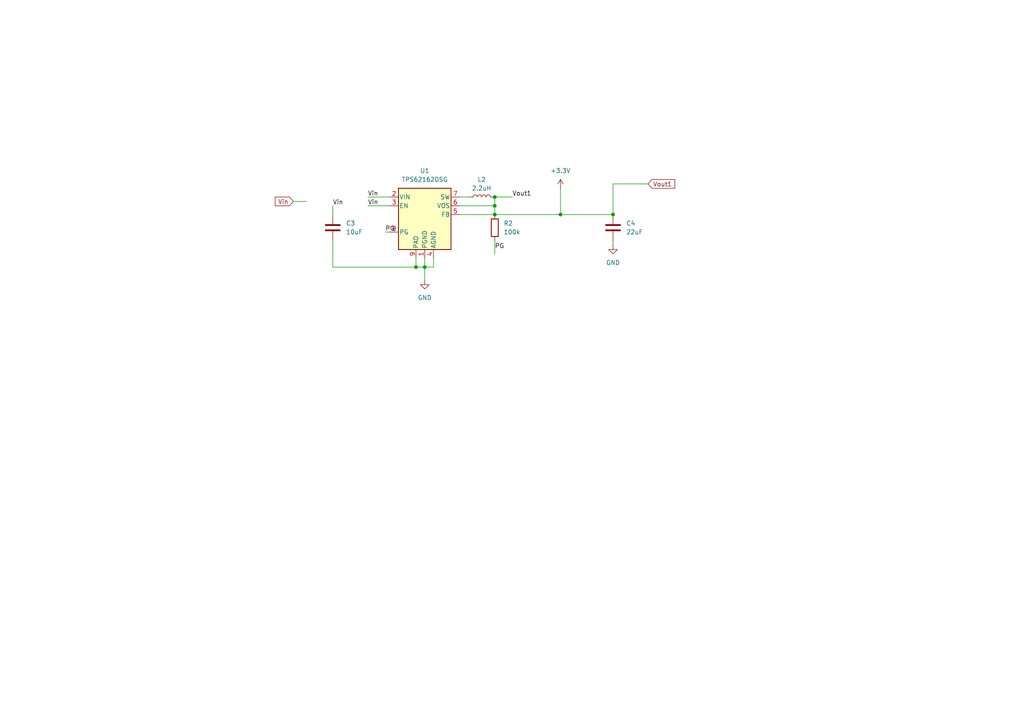
<source format=kicad_sch>
(kicad_sch
	(version 20231120)
	(generator "eeschema")
	(generator_version "8.0")
	(uuid "69b89bc5-ef32-4b14-b574-fcede0ff2705")
	(paper "A4")
	(lib_symbols
		(symbol "Device:C"
			(pin_numbers hide)
			(pin_names
				(offset 0.254)
			)
			(exclude_from_sim no)
			(in_bom yes)
			(on_board yes)
			(property "Reference" "C"
				(at 0.635 2.54 0)
				(effects
					(font
						(size 1.27 1.27)
					)
					(justify left)
				)
			)
			(property "Value" "C"
				(at 0.635 -2.54 0)
				(effects
					(font
						(size 1.27 1.27)
					)
					(justify left)
				)
			)
			(property "Footprint" ""
				(at 0.9652 -3.81 0)
				(effects
					(font
						(size 1.27 1.27)
					)
					(hide yes)
				)
			)
			(property "Datasheet" "~"
				(at 0 0 0)
				(effects
					(font
						(size 1.27 1.27)
					)
					(hide yes)
				)
			)
			(property "Description" "Unpolarized capacitor"
				(at 0 0 0)
				(effects
					(font
						(size 1.27 1.27)
					)
					(hide yes)
				)
			)
			(property "ki_keywords" "cap capacitor"
				(at 0 0 0)
				(effects
					(font
						(size 1.27 1.27)
					)
					(hide yes)
				)
			)
			(property "ki_fp_filters" "C_*"
				(at 0 0 0)
				(effects
					(font
						(size 1.27 1.27)
					)
					(hide yes)
				)
			)
			(symbol "C_0_1"
				(polyline
					(pts
						(xy -2.032 -0.762) (xy 2.032 -0.762)
					)
					(stroke
						(width 0.508)
						(type default)
					)
					(fill
						(type none)
					)
				)
				(polyline
					(pts
						(xy -2.032 0.762) (xy 2.032 0.762)
					)
					(stroke
						(width 0.508)
						(type default)
					)
					(fill
						(type none)
					)
				)
			)
			(symbol "C_1_1"
				(pin passive line
					(at 0 3.81 270)
					(length 2.794)
					(name "~"
						(effects
							(font
								(size 1.27 1.27)
							)
						)
					)
					(number "1"
						(effects
							(font
								(size 1.27 1.27)
							)
						)
					)
				)
				(pin passive line
					(at 0 -3.81 90)
					(length 2.794)
					(name "~"
						(effects
							(font
								(size 1.27 1.27)
							)
						)
					)
					(number "2"
						(effects
							(font
								(size 1.27 1.27)
							)
						)
					)
				)
			)
		)
		(symbol "Device:L"
			(pin_numbers hide)
			(pin_names
				(offset 1.016) hide)
			(exclude_from_sim no)
			(in_bom yes)
			(on_board yes)
			(property "Reference" "L"
				(at -1.27 0 90)
				(effects
					(font
						(size 1.27 1.27)
					)
				)
			)
			(property "Value" "L"
				(at 1.905 0 90)
				(effects
					(font
						(size 1.27 1.27)
					)
				)
			)
			(property "Footprint" ""
				(at 0 0 0)
				(effects
					(font
						(size 1.27 1.27)
					)
					(hide yes)
				)
			)
			(property "Datasheet" "~"
				(at 0 0 0)
				(effects
					(font
						(size 1.27 1.27)
					)
					(hide yes)
				)
			)
			(property "Description" "Inductor"
				(at 0 0 0)
				(effects
					(font
						(size 1.27 1.27)
					)
					(hide yes)
				)
			)
			(property "ki_keywords" "inductor choke coil reactor magnetic"
				(at 0 0 0)
				(effects
					(font
						(size 1.27 1.27)
					)
					(hide yes)
				)
			)
			(property "ki_fp_filters" "Choke_* *Coil* Inductor_* L_*"
				(at 0 0 0)
				(effects
					(font
						(size 1.27 1.27)
					)
					(hide yes)
				)
			)
			(symbol "L_0_1"
				(arc
					(start 0 -2.54)
					(mid 0.6323 -1.905)
					(end 0 -1.27)
					(stroke
						(width 0)
						(type default)
					)
					(fill
						(type none)
					)
				)
				(arc
					(start 0 -1.27)
					(mid 0.6323 -0.635)
					(end 0 0)
					(stroke
						(width 0)
						(type default)
					)
					(fill
						(type none)
					)
				)
				(arc
					(start 0 0)
					(mid 0.6323 0.635)
					(end 0 1.27)
					(stroke
						(width 0)
						(type default)
					)
					(fill
						(type none)
					)
				)
				(arc
					(start 0 1.27)
					(mid 0.6323 1.905)
					(end 0 2.54)
					(stroke
						(width 0)
						(type default)
					)
					(fill
						(type none)
					)
				)
			)
			(symbol "L_1_1"
				(pin passive line
					(at 0 3.81 270)
					(length 1.27)
					(name "1"
						(effects
							(font
								(size 1.27 1.27)
							)
						)
					)
					(number "1"
						(effects
							(font
								(size 1.27 1.27)
							)
						)
					)
				)
				(pin passive line
					(at 0 -3.81 90)
					(length 1.27)
					(name "2"
						(effects
							(font
								(size 1.27 1.27)
							)
						)
					)
					(number "2"
						(effects
							(font
								(size 1.27 1.27)
							)
						)
					)
				)
			)
		)
		(symbol "Device:R"
			(pin_numbers hide)
			(pin_names
				(offset 0)
			)
			(exclude_from_sim no)
			(in_bom yes)
			(on_board yes)
			(property "Reference" "R"
				(at 2.032 0 90)
				(effects
					(font
						(size 1.27 1.27)
					)
				)
			)
			(property "Value" "R"
				(at 0 0 90)
				(effects
					(font
						(size 1.27 1.27)
					)
				)
			)
			(property "Footprint" ""
				(at -1.778 0 90)
				(effects
					(font
						(size 1.27 1.27)
					)
					(hide yes)
				)
			)
			(property "Datasheet" "~"
				(at 0 0 0)
				(effects
					(font
						(size 1.27 1.27)
					)
					(hide yes)
				)
			)
			(property "Description" "Resistor"
				(at 0 0 0)
				(effects
					(font
						(size 1.27 1.27)
					)
					(hide yes)
				)
			)
			(property "ki_keywords" "R res resistor"
				(at 0 0 0)
				(effects
					(font
						(size 1.27 1.27)
					)
					(hide yes)
				)
			)
			(property "ki_fp_filters" "R_*"
				(at 0 0 0)
				(effects
					(font
						(size 1.27 1.27)
					)
					(hide yes)
				)
			)
			(symbol "R_0_1"
				(rectangle
					(start -1.016 -2.54)
					(end 1.016 2.54)
					(stroke
						(width 0.254)
						(type default)
					)
					(fill
						(type none)
					)
				)
			)
			(symbol "R_1_1"
				(pin passive line
					(at 0 3.81 270)
					(length 1.27)
					(name "~"
						(effects
							(font
								(size 1.27 1.27)
							)
						)
					)
					(number "1"
						(effects
							(font
								(size 1.27 1.27)
							)
						)
					)
				)
				(pin passive line
					(at 0 -3.81 90)
					(length 1.27)
					(name "~"
						(effects
							(font
								(size 1.27 1.27)
							)
						)
					)
					(number "2"
						(effects
							(font
								(size 1.27 1.27)
							)
						)
					)
				)
			)
		)
		(symbol "Regulator_Switching:TPS62162DSG"
			(pin_names
				(offset 0.254)
			)
			(exclude_from_sim no)
			(in_bom yes)
			(on_board yes)
			(property "Reference" "U"
				(at -7.62 11.43 0)
				(effects
					(font
						(size 1.27 1.27)
					)
					(justify left)
				)
			)
			(property "Value" "TPS62162DSG"
				(at -1.27 11.43 0)
				(effects
					(font
						(size 1.27 1.27)
					)
					(justify left)
				)
			)
			(property "Footprint" "Package_SON:WSON-8-1EP_2x2mm_P0.5mm_EP0.9x1.6mm_ThermalVias"
				(at 3.81 -8.89 0)
				(effects
					(font
						(size 1.27 1.27)
					)
					(justify left)
					(hide yes)
				)
			)
			(property "Datasheet" "http://www.ti.com/lit/ds/symlink/tps62160.pdf"
				(at 0 13.97 0)
				(effects
					(font
						(size 1.27 1.27)
					)
					(hide yes)
				)
			)
			(property "Description" "1A Step-Down Converter with DCS-Control, fixed 3.3V output, 3-17V input voltage, WSON-8"
				(at 0 0 0)
				(effects
					(font
						(size 1.27 1.27)
					)
					(hide yes)
				)
			)
			(property "ki_keywords" "step-down dc-dc buck regulator"
				(at 0 0 0)
				(effects
					(font
						(size 1.27 1.27)
					)
					(hide yes)
				)
			)
			(property "ki_fp_filters" "WSON*EP*2x2mm*P0.5mm*"
				(at 0 0 0)
				(effects
					(font
						(size 1.27 1.27)
					)
					(hide yes)
				)
			)
			(symbol "TPS62162DSG_0_1"
				(rectangle
					(start -7.62 10.16)
					(end 7.62 -7.62)
					(stroke
						(width 0.254)
						(type default)
					)
					(fill
						(type background)
					)
				)
			)
			(symbol "TPS62162DSG_1_1"
				(pin power_in line
					(at 0 -10.16 90)
					(length 2.54)
					(name "PGND"
						(effects
							(font
								(size 1.27 1.27)
							)
						)
					)
					(number "1"
						(effects
							(font
								(size 1.27 1.27)
							)
						)
					)
				)
				(pin power_in line
					(at -10.16 7.62 0)
					(length 2.54)
					(name "VIN"
						(effects
							(font
								(size 1.27 1.27)
							)
						)
					)
					(number "2"
						(effects
							(font
								(size 1.27 1.27)
							)
						)
					)
				)
				(pin input line
					(at -10.16 5.08 0)
					(length 2.54)
					(name "EN"
						(effects
							(font
								(size 1.27 1.27)
							)
						)
					)
					(number "3"
						(effects
							(font
								(size 1.27 1.27)
							)
						)
					)
				)
				(pin power_in line
					(at 2.54 -10.16 90)
					(length 2.54)
					(name "AGND"
						(effects
							(font
								(size 1.27 1.27)
							)
						)
					)
					(number "4"
						(effects
							(font
								(size 1.27 1.27)
							)
						)
					)
				)
				(pin input line
					(at 10.16 2.54 180)
					(length 2.54)
					(name "FB"
						(effects
							(font
								(size 1.27 1.27)
							)
						)
					)
					(number "5"
						(effects
							(font
								(size 1.27 1.27)
							)
						)
					)
				)
				(pin input line
					(at 10.16 5.08 180)
					(length 2.54)
					(name "VOS"
						(effects
							(font
								(size 1.27 1.27)
							)
						)
					)
					(number "6"
						(effects
							(font
								(size 1.27 1.27)
							)
						)
					)
				)
				(pin output line
					(at 10.16 7.62 180)
					(length 2.54)
					(name "SW"
						(effects
							(font
								(size 1.27 1.27)
							)
						)
					)
					(number "7"
						(effects
							(font
								(size 1.27 1.27)
							)
						)
					)
				)
				(pin open_collector line
					(at -10.16 -2.54 0)
					(length 2.54)
					(name "PG"
						(effects
							(font
								(size 1.27 1.27)
							)
						)
					)
					(number "8"
						(effects
							(font
								(size 1.27 1.27)
							)
						)
					)
				)
				(pin power_in line
					(at -2.54 -10.16 90)
					(length 2.54)
					(name "PAD"
						(effects
							(font
								(size 1.27 1.27)
							)
						)
					)
					(number "9"
						(effects
							(font
								(size 1.27 1.27)
							)
						)
					)
				)
			)
		)
		(symbol "power:+3.3V"
			(power)
			(pin_numbers hide)
			(pin_names
				(offset 0) hide)
			(exclude_from_sim no)
			(in_bom yes)
			(on_board yes)
			(property "Reference" "#PWR"
				(at 0 -3.81 0)
				(effects
					(font
						(size 1.27 1.27)
					)
					(hide yes)
				)
			)
			(property "Value" "+3.3V"
				(at 0 3.556 0)
				(effects
					(font
						(size 1.27 1.27)
					)
				)
			)
			(property "Footprint" ""
				(at 0 0 0)
				(effects
					(font
						(size 1.27 1.27)
					)
					(hide yes)
				)
			)
			(property "Datasheet" ""
				(at 0 0 0)
				(effects
					(font
						(size 1.27 1.27)
					)
					(hide yes)
				)
			)
			(property "Description" "Power symbol creates a global label with name \"+3.3V\""
				(at 0 0 0)
				(effects
					(font
						(size 1.27 1.27)
					)
					(hide yes)
				)
			)
			(property "ki_keywords" "global power"
				(at 0 0 0)
				(effects
					(font
						(size 1.27 1.27)
					)
					(hide yes)
				)
			)
			(symbol "+3.3V_0_1"
				(polyline
					(pts
						(xy -0.762 1.27) (xy 0 2.54)
					)
					(stroke
						(width 0)
						(type default)
					)
					(fill
						(type none)
					)
				)
				(polyline
					(pts
						(xy 0 0) (xy 0 2.54)
					)
					(stroke
						(width 0)
						(type default)
					)
					(fill
						(type none)
					)
				)
				(polyline
					(pts
						(xy 0 2.54) (xy 0.762 1.27)
					)
					(stroke
						(width 0)
						(type default)
					)
					(fill
						(type none)
					)
				)
			)
			(symbol "+3.3V_1_1"
				(pin power_in line
					(at 0 0 90)
					(length 0)
					(name "~"
						(effects
							(font
								(size 1.27 1.27)
							)
						)
					)
					(number "1"
						(effects
							(font
								(size 1.27 1.27)
							)
						)
					)
				)
			)
		)
		(symbol "power:GND"
			(power)
			(pin_numbers hide)
			(pin_names
				(offset 0) hide)
			(exclude_from_sim no)
			(in_bom yes)
			(on_board yes)
			(property "Reference" "#PWR"
				(at 0 -6.35 0)
				(effects
					(font
						(size 1.27 1.27)
					)
					(hide yes)
				)
			)
			(property "Value" "GND"
				(at 0 -3.81 0)
				(effects
					(font
						(size 1.27 1.27)
					)
				)
			)
			(property "Footprint" ""
				(at 0 0 0)
				(effects
					(font
						(size 1.27 1.27)
					)
					(hide yes)
				)
			)
			(property "Datasheet" ""
				(at 0 0 0)
				(effects
					(font
						(size 1.27 1.27)
					)
					(hide yes)
				)
			)
			(property "Description" "Power symbol creates a global label with name \"GND\" , ground"
				(at 0 0 0)
				(effects
					(font
						(size 1.27 1.27)
					)
					(hide yes)
				)
			)
			(property "ki_keywords" "global power"
				(at 0 0 0)
				(effects
					(font
						(size 1.27 1.27)
					)
					(hide yes)
				)
			)
			(symbol "GND_0_1"
				(polyline
					(pts
						(xy 0 0) (xy 0 -1.27) (xy 1.27 -1.27) (xy 0 -2.54) (xy -1.27 -1.27) (xy 0 -1.27)
					)
					(stroke
						(width 0)
						(type default)
					)
					(fill
						(type none)
					)
				)
			)
			(symbol "GND_1_1"
				(pin power_in line
					(at 0 0 270)
					(length 0)
					(name "~"
						(effects
							(font
								(size 1.27 1.27)
							)
						)
					)
					(number "1"
						(effects
							(font
								(size 1.27 1.27)
							)
						)
					)
				)
			)
		)
	)
	(junction
		(at 143.51 59.69)
		(diameter 0)
		(color 0 0 0 0)
		(uuid "0bd5f040-7237-43cf-b335-0da9cfe825f5")
	)
	(junction
		(at 123.19 77.47)
		(diameter 0)
		(color 0 0 0 0)
		(uuid "4b8499cc-525e-42fb-9090-c831a8512ba2")
	)
	(junction
		(at 120.65 77.47)
		(diameter 0)
		(color 0 0 0 0)
		(uuid "73a7549d-0fdd-496c-a6b0-f5f15a0fc808")
	)
	(junction
		(at 143.51 57.15)
		(diameter 0)
		(color 0 0 0 0)
		(uuid "9721e42e-3ebb-4997-91d0-36900ba0c168")
	)
	(junction
		(at 143.51 62.23)
		(diameter 0)
		(color 0 0 0 0)
		(uuid "a94a3e8e-8c32-407b-a3d9-3d65e12d4368")
	)
	(junction
		(at 162.56 62.23)
		(diameter 0)
		(color 0 0 0 0)
		(uuid "f5cfec91-49e9-4b17-a5b1-3f9ed8bea0cb")
	)
	(junction
		(at 177.8 62.23)
		(diameter 0)
		(color 0 0 0 0)
		(uuid "fd51b7f8-5621-4ca6-a8f8-684d99df83f7")
	)
	(wire
		(pts
			(xy 143.51 73.66) (xy 143.51 69.85)
		)
		(stroke
			(width 0)
			(type default)
		)
		(uuid "223ed813-e33d-4369-81ff-41cae3147104")
	)
	(wire
		(pts
			(xy 143.51 59.69) (xy 143.51 62.23)
		)
		(stroke
			(width 0)
			(type default)
		)
		(uuid "25552620-05a0-46e2-9900-5bef45730016")
	)
	(wire
		(pts
			(xy 162.56 62.23) (xy 177.8 62.23)
		)
		(stroke
			(width 0)
			(type default)
		)
		(uuid "261e4fb1-5b92-4498-ba4e-d550007531d7")
	)
	(wire
		(pts
			(xy 123.19 74.93) (xy 123.19 77.47)
		)
		(stroke
			(width 0)
			(type default)
		)
		(uuid "327bf6d7-f66a-40ba-91d0-71872e94347f")
	)
	(wire
		(pts
			(xy 133.35 59.69) (xy 143.51 59.69)
		)
		(stroke
			(width 0)
			(type default)
		)
		(uuid "3313b833-8eb7-448a-bc64-bf01ec941324")
	)
	(wire
		(pts
			(xy 143.51 62.23) (xy 162.56 62.23)
		)
		(stroke
			(width 0)
			(type default)
		)
		(uuid "36a08ddc-dcc4-4fd4-9e54-8b06b55170bb")
	)
	(wire
		(pts
			(xy 133.35 57.15) (xy 135.89 57.15)
		)
		(stroke
			(width 0)
			(type default)
		)
		(uuid "4c656b05-720b-4598-a935-ef852953a3e4")
	)
	(wire
		(pts
			(xy 96.52 59.69) (xy 96.52 62.23)
		)
		(stroke
			(width 0)
			(type default)
		)
		(uuid "4f6be8bf-5f71-447a-adc9-1d9f2bd6f4c4")
	)
	(wire
		(pts
			(xy 125.73 77.47) (xy 125.73 74.93)
		)
		(stroke
			(width 0)
			(type default)
		)
		(uuid "522b3d2f-2821-47de-9225-6e34510f763e")
	)
	(wire
		(pts
			(xy 120.65 77.47) (xy 123.19 77.47)
		)
		(stroke
			(width 0)
			(type default)
		)
		(uuid "596849ae-ec97-4776-a3ec-b8b088a80bd1")
	)
	(wire
		(pts
			(xy 120.65 74.93) (xy 120.65 77.47)
		)
		(stroke
			(width 0)
			(type default)
		)
		(uuid "59d0ba68-4627-4658-a0f5-12be8fbbdeae")
	)
	(wire
		(pts
			(xy 177.8 69.85) (xy 177.8 71.12)
		)
		(stroke
			(width 0)
			(type default)
		)
		(uuid "6434861e-560c-43c4-8658-0461c8d9d611")
	)
	(wire
		(pts
			(xy 96.52 77.47) (xy 120.65 77.47)
		)
		(stroke
			(width 0)
			(type default)
		)
		(uuid "6dc3bdfb-1789-4810-8ac3-81b07cde122b")
	)
	(wire
		(pts
			(xy 123.19 77.47) (xy 125.73 77.47)
		)
		(stroke
			(width 0)
			(type default)
		)
		(uuid "70bfa5bf-2063-4231-895e-8c5b5b041e2d")
	)
	(wire
		(pts
			(xy 106.68 59.69) (xy 113.03 59.69)
		)
		(stroke
			(width 0)
			(type default)
		)
		(uuid "76a4a1fe-cd4c-4775-a208-e013bbd49555")
	)
	(wire
		(pts
			(xy 177.8 53.34) (xy 177.8 62.23)
		)
		(stroke
			(width 0)
			(type default)
		)
		(uuid "797df93b-2442-4fea-bf20-dca2d845796e")
	)
	(wire
		(pts
			(xy 143.51 57.15) (xy 148.59 57.15)
		)
		(stroke
			(width 0)
			(type default)
		)
		(uuid "819dcda2-5894-4ed8-a1d3-812adfa46e70")
	)
	(wire
		(pts
			(xy 111.76 67.31) (xy 113.03 67.31)
		)
		(stroke
			(width 0)
			(type default)
		)
		(uuid "9024f80b-9393-4e69-b28d-762276570496")
	)
	(wire
		(pts
			(xy 106.68 57.15) (xy 113.03 57.15)
		)
		(stroke
			(width 0)
			(type default)
		)
		(uuid "9a890bd0-435e-407b-b759-53a3eb8511ea")
	)
	(wire
		(pts
			(xy 143.51 57.15) (xy 143.51 59.69)
		)
		(stroke
			(width 0)
			(type default)
		)
		(uuid "9d77da72-48da-463a-a79e-abdb635dbe50")
	)
	(wire
		(pts
			(xy 85.09 58.42) (xy 88.9 58.42)
		)
		(stroke
			(width 0)
			(type default)
		)
		(uuid "ae979134-7afc-4a1d-a92b-caf47eb177a7")
	)
	(wire
		(pts
			(xy 162.56 54.61) (xy 162.56 62.23)
		)
		(stroke
			(width 0)
			(type default)
		)
		(uuid "bb9e965e-9ce0-4679-9e48-14d04bf0896c")
	)
	(wire
		(pts
			(xy 177.8 53.34) (xy 187.96 53.34)
		)
		(stroke
			(width 0)
			(type default)
		)
		(uuid "c0e95a89-75a1-411b-a86b-e6f625e0fe55")
	)
	(wire
		(pts
			(xy 96.52 69.85) (xy 96.52 77.47)
		)
		(stroke
			(width 0)
			(type default)
		)
		(uuid "e29e38cb-967e-409f-9e83-c5cad9d66c3e")
	)
	(wire
		(pts
			(xy 133.35 62.23) (xy 143.51 62.23)
		)
		(stroke
			(width 0)
			(type default)
		)
		(uuid "ed6ec6ca-b518-4e05-9432-5260ee2dec20")
	)
	(wire
		(pts
			(xy 123.19 77.47) (xy 123.19 81.28)
		)
		(stroke
			(width 0)
			(type default)
		)
		(uuid "fb4420a5-b54c-4aaf-b6f4-35ec8ca5c354")
	)
	(label "Vin"
		(at 106.68 57.15 0)
		(fields_autoplaced yes)
		(effects
			(font
				(size 1.27 1.27)
			)
			(justify left bottom)
		)
		(uuid "05aae38b-fe0b-4ad1-a756-abba15cc957f")
	)
	(label "PG"
		(at 143.51 72.39 0)
		(fields_autoplaced yes)
		(effects
			(font
				(size 1.27 1.27)
			)
			(justify left bottom)
		)
		(uuid "2479b872-5459-4080-8c4a-fbc7d046f9f0")
	)
	(label "Vout1"
		(at 148.59 57.15 0)
		(fields_autoplaced yes)
		(effects
			(font
				(size 1.27 1.27)
			)
			(justify left bottom)
		)
		(uuid "550b6e03-8ede-47b6-a87f-11c8dcae13d9")
	)
	(label "Vin"
		(at 96.52 59.69 0)
		(fields_autoplaced yes)
		(effects
			(font
				(size 1.27 1.27)
			)
			(justify left bottom)
		)
		(uuid "a5c3e386-456c-4dce-85fa-399075ce040c")
	)
	(label "PG"
		(at 111.76 67.31 0)
		(fields_autoplaced yes)
		(effects
			(font
				(size 1.27 1.27)
			)
			(justify left bottom)
		)
		(uuid "c868bb73-790e-47b1-b0ab-ea39f1dedde5")
	)
	(label "Vin"
		(at 106.68 59.69 0)
		(fields_autoplaced yes)
		(effects
			(font
				(size 1.27 1.27)
			)
			(justify left bottom)
		)
		(uuid "cb8702fd-436b-4aa7-9b9d-58b29c936b39")
	)
	(global_label "Vin"
		(shape input)
		(at 85.09 58.42 180)
		(fields_autoplaced yes)
		(effects
			(font
				(size 1.27 1.27)
			)
			(justify right)
		)
		(uuid "3656b553-e0f9-421a-81dc-cd044d788570")
		(property "Intersheetrefs" "${INTERSHEET_REFS}"
			(at 79.2624 58.42 0)
			(effects
				(font
					(size 1.27 1.27)
				)
				(justify right)
				(hide yes)
			)
		)
	)
	(global_label "Vout1"
		(shape input)
		(at 187.96 53.34 0)
		(fields_autoplaced yes)
		(effects
			(font
				(size 1.27 1.27)
			)
			(justify left)
		)
		(uuid "b5c66343-a38b-48b9-abc1-51108685a0dc")
		(property "Intersheetrefs" "${INTERSHEET_REFS}"
			(at 196.267 53.34 0)
			(effects
				(font
					(size 1.27 1.27)
				)
				(justify left)
				(hide yes)
			)
		)
	)
	(symbol
		(lib_id "Device:R")
		(at 143.51 66.04 0)
		(unit 1)
		(exclude_from_sim no)
		(in_bom yes)
		(on_board yes)
		(dnp no)
		(fields_autoplaced yes)
		(uuid "007a836b-17ff-41a0-b94a-2d90d89f4eba")
		(property "Reference" "R2"
			(at 146.05 64.7699 0)
			(effects
				(font
					(size 1.27 1.27)
				)
				(justify left)
			)
		)
		(property "Value" "100k"
			(at 146.05 67.3099 0)
			(effects
				(font
					(size 1.27 1.27)
				)
				(justify left)
			)
		)
		(property "Footprint" ""
			(at 141.732 66.04 90)
			(effects
				(font
					(size 1.27 1.27)
				)
				(hide yes)
			)
		)
		(property "Datasheet" "~"
			(at 143.51 66.04 0)
			(effects
				(font
					(size 1.27 1.27)
				)
				(hide yes)
			)
		)
		(property "Description" "Resistor"
			(at 143.51 66.04 0)
			(effects
				(font
					(size 1.27 1.27)
				)
				(hide yes)
			)
		)
		(pin "1"
			(uuid "f4f444fe-3754-4d37-b4c3-8fd858b7280d")
		)
		(pin "2"
			(uuid "c3f560d2-ea5a-45d3-a136-32690a1d36fe")
		)
		(instances
			(project "PowerReg"
				(path "/69b89bc5-ef32-4b14-b574-fcede0ff2705"
					(reference "R2")
					(unit 1)
				)
			)
		)
	)
	(symbol
		(lib_id "power:+3.3V")
		(at 162.56 54.61 0)
		(unit 1)
		(exclude_from_sim no)
		(in_bom yes)
		(on_board yes)
		(dnp no)
		(fields_autoplaced yes)
		(uuid "022c2bdf-219b-493d-aa46-d4cc68a1a054")
		(property "Reference" "#PWR01"
			(at 162.56 58.42 0)
			(effects
				(font
					(size 1.27 1.27)
				)
				(hide yes)
			)
		)
		(property "Value" "+3.3V"
			(at 162.56 49.53 0)
			(effects
				(font
					(size 1.27 1.27)
				)
			)
		)
		(property "Footprint" ""
			(at 162.56 54.61 0)
			(effects
				(font
					(size 1.27 1.27)
				)
				(hide yes)
			)
		)
		(property "Datasheet" ""
			(at 162.56 54.61 0)
			(effects
				(font
					(size 1.27 1.27)
				)
				(hide yes)
			)
		)
		(property "Description" "Power symbol creates a global label with name \"+3.3V\""
			(at 162.56 54.61 0)
			(effects
				(font
					(size 1.27 1.27)
				)
				(hide yes)
			)
		)
		(pin "1"
			(uuid "0f4df5c7-91e5-4261-89f8-572714eebb99")
		)
		(instances
			(project ""
				(path "/69b89bc5-ef32-4b14-b574-fcede0ff2705"
					(reference "#PWR01")
					(unit 1)
				)
			)
		)
	)
	(symbol
		(lib_id "Regulator_Switching:TPS62162DSG")
		(at 123.19 64.77 0)
		(unit 1)
		(exclude_from_sim no)
		(in_bom yes)
		(on_board yes)
		(dnp no)
		(fields_autoplaced yes)
		(uuid "293ddf5c-a2af-4cca-8b08-ec4fed8f8e46")
		(property "Reference" "U1"
			(at 123.19 49.53 0)
			(effects
				(font
					(size 1.27 1.27)
				)
			)
		)
		(property "Value" "TPS62162DSG"
			(at 123.19 52.07 0)
			(effects
				(font
					(size 1.27 1.27)
				)
			)
		)
		(property "Footprint" "Package_SON:WSON-8-1EP_2x2mm_P0.5mm_EP0.9x1.6mm_ThermalVias"
			(at 127 73.66 0)
			(effects
				(font
					(size 1.27 1.27)
				)
				(justify left)
				(hide yes)
			)
		)
		(property "Datasheet" "http://www.ti.com/lit/ds/symlink/tps62160.pdf"
			(at 123.19 50.8 0)
			(effects
				(font
					(size 1.27 1.27)
				)
				(hide yes)
			)
		)
		(property "Description" "1A Step-Down Converter with DCS-Control, fixed 3.3V output, 3-17V input voltage, WSON-8"
			(at 123.19 64.77 0)
			(effects
				(font
					(size 1.27 1.27)
				)
				(hide yes)
			)
		)
		(pin "6"
			(uuid "f1590817-3cd8-435e-8b14-da82ad95e6fc")
		)
		(pin "7"
			(uuid "b2d9bac5-fb4d-4e41-aaca-34a4d5199adf")
		)
		(pin "5"
			(uuid "2747feec-69e0-439c-90e3-5a3cad13bb34")
		)
		(pin "8"
			(uuid "2f77334c-4586-4c3c-8a47-7ed75733efeb")
		)
		(pin "4"
			(uuid "efcc24ad-4fb1-4dec-ba40-f5782e5a2363")
		)
		(pin "9"
			(uuid "6b3091ab-4a76-4992-b5f0-766874094e73")
		)
		(pin "1"
			(uuid "2086dd45-f185-4ca0-b768-60ce9a60194b")
		)
		(pin "2"
			(uuid "d628c7ad-348b-42b4-b8f2-4a8f581ba894")
		)
		(pin "3"
			(uuid "24b7e158-c2f2-4f00-91b6-47758f9947b4")
		)
		(instances
			(project ""
				(path "/69b89bc5-ef32-4b14-b574-fcede0ff2705"
					(reference "U1")
					(unit 1)
				)
			)
		)
	)
	(symbol
		(lib_id "Device:L")
		(at 139.7 57.15 90)
		(unit 1)
		(exclude_from_sim no)
		(in_bom yes)
		(on_board yes)
		(dnp no)
		(fields_autoplaced yes)
		(uuid "5972abe6-adec-426a-ae90-16e5cb277534")
		(property "Reference" "L2"
			(at 139.7 52.07 90)
			(effects
				(font
					(size 1.27 1.27)
				)
			)
		)
		(property "Value" "2.2uH"
			(at 139.7 54.61 90)
			(effects
				(font
					(size 1.27 1.27)
				)
			)
		)
		(property "Footprint" ""
			(at 139.7 57.15 0)
			(effects
				(font
					(size 1.27 1.27)
				)
				(hide yes)
			)
		)
		(property "Datasheet" "~"
			(at 139.7 57.15 0)
			(effects
				(font
					(size 1.27 1.27)
				)
				(hide yes)
			)
		)
		(property "Description" "Inductor"
			(at 139.7 57.15 0)
			(effects
				(font
					(size 1.27 1.27)
				)
				(hide yes)
			)
		)
		(pin "2"
			(uuid "9ac810eb-dacc-4cac-9e73-dff7fefb45dd")
		)
		(pin "1"
			(uuid "735ff018-dbb1-4ccd-b54d-40ec0c5c6f07")
		)
		(instances
			(project "PowerReg"
				(path "/69b89bc5-ef32-4b14-b574-fcede0ff2705"
					(reference "L2")
					(unit 1)
				)
			)
		)
	)
	(symbol
		(lib_id "Device:C")
		(at 96.52 66.04 0)
		(unit 1)
		(exclude_from_sim no)
		(in_bom yes)
		(on_board yes)
		(dnp no)
		(fields_autoplaced yes)
		(uuid "782e8745-ceed-489f-bf95-7504def51d2e")
		(property "Reference" "C3"
			(at 100.33 64.7699 0)
			(effects
				(font
					(size 1.27 1.27)
				)
				(justify left)
			)
		)
		(property "Value" "10uF"
			(at 100.33 67.3099 0)
			(effects
				(font
					(size 1.27 1.27)
				)
				(justify left)
			)
		)
		(property "Footprint" ""
			(at 97.4852 69.85 0)
			(effects
				(font
					(size 1.27 1.27)
				)
				(hide yes)
			)
		)
		(property "Datasheet" "~"
			(at 96.52 66.04 0)
			(effects
				(font
					(size 1.27 1.27)
				)
				(hide yes)
			)
		)
		(property "Description" "Unpolarized capacitor"
			(at 96.52 66.04 0)
			(effects
				(font
					(size 1.27 1.27)
				)
				(hide yes)
			)
		)
		(pin "2"
			(uuid "593bab96-4742-4167-b785-8788fba9b4f2")
		)
		(pin "1"
			(uuid "981d21bf-c7ce-4ec5-baf0-ea4cf7263689")
		)
		(instances
			(project "PowerReg"
				(path "/69b89bc5-ef32-4b14-b574-fcede0ff2705"
					(reference "C3")
					(unit 1)
				)
			)
		)
	)
	(symbol
		(lib_id "power:GND")
		(at 177.8 71.12 0)
		(unit 1)
		(exclude_from_sim no)
		(in_bom yes)
		(on_board yes)
		(dnp no)
		(fields_autoplaced yes)
		(uuid "794db1ff-295a-49d2-bab9-48adac0c86ac")
		(property "Reference" "#PWR05"
			(at 177.8 77.47 0)
			(effects
				(font
					(size 1.27 1.27)
				)
				(hide yes)
			)
		)
		(property "Value" "GND"
			(at 177.8 76.2 0)
			(effects
				(font
					(size 1.27 1.27)
				)
			)
		)
		(property "Footprint" ""
			(at 177.8 71.12 0)
			(effects
				(font
					(size 1.27 1.27)
				)
				(hide yes)
			)
		)
		(property "Datasheet" ""
			(at 177.8 71.12 0)
			(effects
				(font
					(size 1.27 1.27)
				)
				(hide yes)
			)
		)
		(property "Description" "Power symbol creates a global label with name \"GND\" , ground"
			(at 177.8 71.12 0)
			(effects
				(font
					(size 1.27 1.27)
				)
				(hide yes)
			)
		)
		(pin "1"
			(uuid "36ef115b-4888-4ce7-b4be-6b601a7c1012")
		)
		(instances
			(project "PowerReg"
				(path "/69b89bc5-ef32-4b14-b574-fcede0ff2705"
					(reference "#PWR05")
					(unit 1)
				)
			)
		)
	)
	(symbol
		(lib_id "Device:C")
		(at 177.8 66.04 0)
		(unit 1)
		(exclude_from_sim no)
		(in_bom yes)
		(on_board yes)
		(dnp no)
		(fields_autoplaced yes)
		(uuid "97e01743-f8d4-43cb-bbaa-33ff8a17fc6f")
		(property "Reference" "C4"
			(at 181.61 64.7699 0)
			(effects
				(font
					(size 1.27 1.27)
				)
				(justify left)
			)
		)
		(property "Value" "22uF"
			(at 181.61 67.3099 0)
			(effects
				(font
					(size 1.27 1.27)
				)
				(justify left)
			)
		)
		(property "Footprint" ""
			(at 178.7652 69.85 0)
			(effects
				(font
					(size 1.27 1.27)
				)
				(hide yes)
			)
		)
		(property "Datasheet" "~"
			(at 177.8 66.04 0)
			(effects
				(font
					(size 1.27 1.27)
				)
				(hide yes)
			)
		)
		(property "Description" "Unpolarized capacitor"
			(at 177.8 66.04 0)
			(effects
				(font
					(size 1.27 1.27)
				)
				(hide yes)
			)
		)
		(pin "2"
			(uuid "8d02748d-4da9-41ac-b162-259f03d89d2b")
		)
		(pin "1"
			(uuid "1c25e168-84be-4e49-9767-a7a10806ee6a")
		)
		(instances
			(project "PowerReg"
				(path "/69b89bc5-ef32-4b14-b574-fcede0ff2705"
					(reference "C4")
					(unit 1)
				)
			)
		)
	)
	(symbol
		(lib_id "power:GND")
		(at 123.19 81.28 0)
		(unit 1)
		(exclude_from_sim no)
		(in_bom yes)
		(on_board yes)
		(dnp no)
		(fields_autoplaced yes)
		(uuid "eb257d99-b20c-4cea-827d-66c3e0db15e4")
		(property "Reference" "#PWR03"
			(at 123.19 87.63 0)
			(effects
				(font
					(size 1.27 1.27)
				)
				(hide yes)
			)
		)
		(property "Value" "GND"
			(at 123.19 86.36 0)
			(effects
				(font
					(size 1.27 1.27)
				)
			)
		)
		(property "Footprint" ""
			(at 123.19 81.28 0)
			(effects
				(font
					(size 1.27 1.27)
				)
				(hide yes)
			)
		)
		(property "Datasheet" ""
			(at 123.19 81.28 0)
			(effects
				(font
					(size 1.27 1.27)
				)
				(hide yes)
			)
		)
		(property "Description" "Power symbol creates a global label with name \"GND\" , ground"
			(at 123.19 81.28 0)
			(effects
				(font
					(size 1.27 1.27)
				)
				(hide yes)
			)
		)
		(pin "1"
			(uuid "9094005f-6216-4612-86d1-c6d9f772791b")
		)
		(instances
			(project ""
				(path "/69b89bc5-ef32-4b14-b574-fcede0ff2705"
					(reference "#PWR03")
					(unit 1)
				)
			)
		)
	)
	(sheet_instances
		(path "/"
			(page "1")
		)
	)
)

</source>
